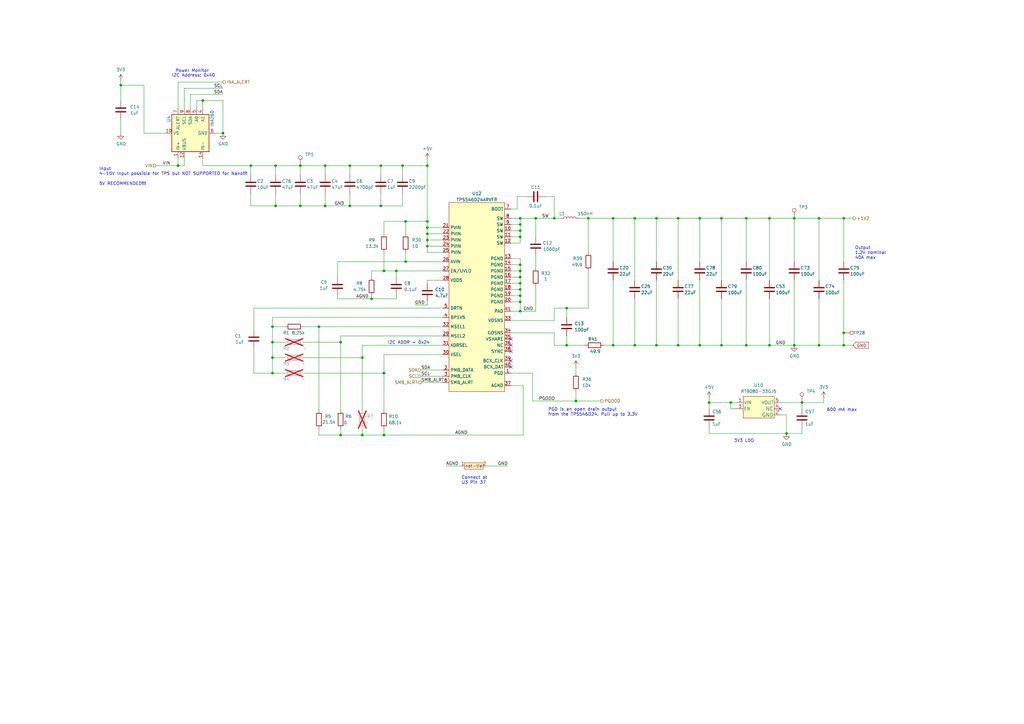
<source format=kicad_sch>
(kicad_sch (version 20231120) (generator "eeschema") (generator_version "8.0")
  (paper "A3")
  (title_block (title "BitForgeNano") (date "2024-06-21") (rev "1.0") (comment 1 "Licensed under CERN-OHL-W version 2"))
  (lib_symbols
    (symbol "+3V3_1" (power) (pin_numbers hide) (pin_names (offset 0) hide)
      (property "Value" "+3V3" (at 0 3.556 0))
      (symbol "+3V3_1_0_1"
        (polyline (pts (xy -0.762 1.27) (xy 0 2.54)))
        (polyline (pts (xy 0 0) (xy 0 2.54)))
        (polyline (pts (xy 0 2.54) (xy 0.762 1.27)))
      )
      (symbol "+3V3_1_1_1"
        (pin power_in line (at 0 0 90) (length 0) (name "~") (number "1"))
      )
    )
    (symbol "+5V_1" (power) (pin_numbers hide) (pin_names (offset 0) hide)
      (property "Value" "+5V" (at 0 3.556 0))
      (symbol "+5V_1_0_1"
        (polyline (pts (xy -0.762 1.27) (xy 0 2.54)))
        (polyline (pts (xy 0 0) (xy 0 2.54)))
        (polyline (pts (xy 0 2.54) (xy 0.762 1.27)))
      )
      (symbol "+5V_1_1_1"
        (pin power_in line (at 0 0 90) (length 0) (name "~") (number "1"))
      )
    )
    (symbol "BitForgeNano:C" (pin_numbers hide) (pin_names (offset 0.254))
      (property "Reference" "C" (at 0.635 2.54 0))
      (property "Value" "C" (at 0.635 -2.54 0))
      (symbol "C_0_1"
        (polyline (pts (xy -2.032 -0.762) (xy 2.032 -0.762)) (stroke (width 0.508)))
        (polyline (pts (xy -2.032 0.762) (xy 2.032 0.762)) (stroke (width 0.508)))
      )
      (symbol "C_1_1"
        (pin passive line (at 0 3.81 270) (length 2.794) (name "~") (number "1"))
        (pin passive line (at 0 -3.81 90) (length 2.794) (name "~") (number "2"))
      )
    )
    (symbol "BitForgeNano:GND" (power) (pin_names (offset 0))
      (property "Value" "GND" (at 0 -3.81 0))
      (symbol "GND_0_1"
        (polyline (pts (xy 0 0) (xy 0 -1.27) (xy 1.27 -1.27) (xy 0 -2.54) (xy -1.27 -1.27) (xy 0 -1.27)))
      )
      (symbol "GND_1_1"
        (pin power_in line (at 0 0 270) (length 0) hide (name "GND") (number "1"))
      )
    )
    (symbol "BitForgeNano:INA260"
      (property "Reference" "U" (at -6.35 8.89 0))
      (property "Value" "INA260" (at 2.54 8.89 0))
      (symbol "INA260_0_1"
        (rectangle (start -7.62 7.62) (end 7.62 -7.62) (stroke (width 0.254)) (fill (type background)))
      )
      (symbol "INA260_1_1"
        (pin passive line (at -10.16 5.08 0) (length 2.54) (name "IN+") (number "1"))
        (pin power_in line (at 0 10.16 270) (length 2.54) (name "VS") (number "10"))
        (pin passive line (at 0 -10.16 90) (length 2.54) hide (name "GND") (number "11"))
        (pin passive line (at -10.16 2.54 0) (length 2.54) (name "VBUS") (number "12"))
        (pin no_connect line (at 2.54 -7.62 90) (length 2.54) hide (name "NC") (number "13"))
        (pin passive line (at -10.16 -5.08 0) (length 2.54) (name "IN-") (number "14"))
        (pin passive line (at -10.16 -5.08 0) (length 2.54) hide (name "IN-") (number "15"))
        (pin passive line (at -10.16 -5.08 0) (length 2.54) hide (name "IN-") (number "16"))
        (pin passive line (at -10.16 5.08 0) (length 2.54) hide (name "IN+") (number "2"))
        (pin passive line (at -10.16 5.08 0) (length 2.54) hide (name "IN+") (number "3"))
        (pin input line (at 10.16 -5.08 180) (length 2.54) (name "A1") (number "4"))
        (pin input line (at 10.16 -2.54 180) (length 2.54) (name "A0") (number "5"))
        (pin power_in line (at 0 -10.16 90) (length 2.54) (name "GND") (number "6"))
        (pin open_collector line (at 10.16 5.08 180) (length 2.54) (name "ALERT") (number "7"))
        (pin bidirectional line (at 10.16 0 180) (length 2.54) (name "SDA") (number "8"))
        (pin input line (at 10.16 2.54 180) (length 2.54) (name "SCL") (number "9"))
      )
    )
    (symbol "BitForgeNano:L" (pin_numbers hide) (pin_names (offset 1.016) hide)
      (property "Reference" "L" (at -1.27 0 90))
      (property "Value" "L" (at 1.905 0 90))
      (symbol "L_0_1"
        (arc (start 0 -2.54) (mid 0.6323 -1.905) (end 0 -1.27))
        (arc (start 0 -1.27) (mid 0.6323 -0.635) (end 0 0))
        (arc (start 0 0) (mid 0.6323 0.635) (end 0 1.27))
        (arc (start 0 1.27) (mid 0.6323 1.905) (end 0 2.54))
      )
      (symbol "L_1_1"
        (pin passive line (at 0 3.81 270) (length 1.27) (name "1") (number "1"))
        (pin passive line (at 0 -3.81 90) (length 1.27) (name "2") (number "2"))
      )
    )
    (symbol "BitForgeNano:R" (pin_numbers hide) (pin_names (offset 0))
      (property "Reference" "R" (at 2.032 0 90))
      (property "Value" "R" (at 0 0 90))
      (symbol "R_0_1"
        (rectangle (start -1.016 -2.54) (end 1.016 2.54) (stroke (width 0.254)))
      )
      (symbol "R_1_1"
        (pin passive line (at 0 3.81 270) (length 1.27) (name "~") (number "1"))
        (pin passive line (at 0 -3.81 90) (length 1.27) (name "~") (number "2"))
      )
    )
    (symbol "BitForgeNano:RT9080-33GJ5" (pin_names (offset 0.254))
      (property "Reference" "U2" (at 0 8.382 0))
      (property "Value" "RT9080-33GJ5" (at 0 5.842 0))
      (symbol "RT9080-33GJ5_1_1"
        (rectangle (start -6.35 3.81) (end 6.35 -5.08) (stroke (width 0.1524)) (fill (type background)))
        (pin power_in line (at -8.89 1.27 0) (length 2.54) (name "VIN") (number "1"))
        (pin power_in line (at 8.89 -3.81 180) (length 2.54) (name "GND") (number "2"))
        (pin input line (at -8.89 -1.27 0) (length 2.54) (name "EN") (number "3"))
        (pin power_in line (at 8.89 -1.27 180) (length 2.54) (name "NC") (number "4"))
        (pin output line (at 8.89 1.27 180) (length 2.54) (name "VOUT") (number "5"))
      )
    )
    (symbol "BitForgeNano:TPS546D24"
      (property "Reference" "U10" (at 0 45.72 0))
      (property "Value" "TPS546D24ARVFR" (at 0 43.18 0))
      (symbol "TPS546D24_0_1"
        (rectangle (start -11.43 41.91) (end 11.43 -35.56) (stroke (width 0.1524)) (fill (type background)))
      )
      (symbol "TPS546D24_1_1"
        (pin input line (at 13.97 -27.94 180) (length 2.54) (name "PGD") (number "1"))
        (pin power_in line (at 13.97 30.48 180) (length 2.54) (name "SW") (number "10"))
        (pin output line (at 13.97 27.94 180) (length 2.54) (name "SW") (number "11"))
        (pin power_out line (at 13.97 25.4 180) (length 2.54) (name "SW") (number "12"))
        (pin output line (at 13.97 19.05 180) (length 2.54) (name "PGND") (number "13"))
        (pin output line (at 13.97 16.51 180) (length 2.54) (name "PGND") (number "14"))
        (pin input line (at 13.97 13.97 180) (length 2.54) (name "PGND") (number "15"))
        (pin input line (at 13.97 11.43 180) (length 2.54) (name "PGND") (number "16"))
        (pin power_in line (at 13.97 8.89 180) (length 2.54) (name "PGND") (number "17"))
        (pin input line (at 13.97 6.35 180) (length 2.54) (name "PGND") (number "18"))
        (pin input line (at 13.97 3.81 180) (length 2.54) (name "PGND") (number "19"))
        (pin input line (at -13.97 -26.67 0) (length 2.54) (name "PMB_DATA") (number "2"))
        (pin power_in line (at 13.97 1.27 180) (length 2.54) (name "PGND") (number "20"))
        (pin input line (at -13.97 31.75 0) (length 2.54) (name "PVIN") (number "21"))
        (pin input line (at -13.97 29.21 0) (length 2.54) (name "PVIN") (number "22"))
        (pin input line (at -13.97 26.67 0) (length 2.54) (name "PVIN") (number "23"))
        (pin input line (at -13.97 24.13 0) (length 2.54) (name "PVIN") (number "24"))
        (pin input line (at -13.97 21.59 0) (length 2.54) (name "PVIN") (number "25"))
        (pin input line (at -13.97 17.78 0) (length 2.54) (name "AVIN") (number "26"))
        (pin input line (at -13.97 13.97 0) (length 2.54) (name "EN/UVLO") (number "27"))
        (pin output line (at -13.97 10.16 0) (length 2.54) (name "VDD5") (number "28"))
        (pin input line (at -13.97 -12.7 0) (length 2.54) (name "MSEL2") (number "29"))
        (pin input line (at -13.97 -29.21 0) (length 2.54) (name "PMB_CLK") (number "3"))
        (pin input line (at -13.97 -20.32 0) (length 2.54) (name "VSEL") (number "30"))
        (pin input line (at -13.97 -16.51 0) (length 2.54) (name "ADRSEL") (number "31"))
        (pin input line (at -13.97 -8.89 0) (length 2.54) (name "MSEL1") (number "32"))
        (pin output line (at 13.97 -6.35 180) (length 2.54) (name "VOSNS") (number "33"))
        (pin output line (at 13.97 -11.43 180) (length 2.54) (name "GOSNS") (number "34"))
        (pin input line (at 13.97 -13.97 180) (length 2.54) (name "VSHARE") (number "35"))
        (pin input line (at 13.97 -16.51 180) (length 2.54) (name "NC") (number "36"))
        (pin power_in line (at 13.97 -33.02 180) (length 2.54) (name "AGND") (number "37"))
        (pin input line (at 13.97 -19.05 180) (length 2.54) (name "SYNC") (number "38"))
        (pin input line (at 13.97 -22.86 180) (length 2.54) (name "BCX_CLK") (number "39"))
        (pin input line (at -13.97 -5.08 0) (length 2.54) (name "BP1V5") (number "4"))
        (pin input line (at 13.97 -25.4 180) (length 2.54) (name "BCX_DAT") (number "40"))
        (pin power_in line (at 13.97 -2.54 180) (length 2.54) (name "PAD") (number "41"))
        (pin input line (at -13.97 -1.27 0) (length 2.54) (name "DRTN") (number "5"))
        (pin input line (at -13.97 -31.75 0) (length 2.54) (name "SMB_ALRT") (number "6"))
        (pin input line (at 13.97 39.37 180) (length 2.54) (name "BOOT") (number "7"))
        (pin output line (at 13.97 35.56 180) (length 2.54) (name "SW") (number "8"))
        (pin power_in line (at 13.97 33.02 180) (length 2.54) (name "SW") (number "9"))
      )
    )
    (symbol "BitForgeNano:TestPoint" (pin_numbers hide) (pin_names (offset 0.762) hide)
      (property "Reference" "TP" (at 0 6.858 0))
      (property "Value" "TestPoint" (at 0 5.08 0))
      (symbol "TestPoint_0_1"
        (circle (center 0 3.302) (radius 0.762))
      )
      (symbol "TestPoint_1_1"
        (pin passive line (at 0 0 90) (length 2.54) (name "1") (number "1"))
      )
    )
    (symbol "BitForgeNano:net-tie"
      (symbol "net-tie_0_1"
        (rectangle (start -3.81 1.27) (end 3.81 -1.27) (stroke (width 0.1524)) (fill (type background)))
      )
      (symbol "net-tie_1_0"
        (pin bidirectional line (at -5.08 0 0) (length 1.27) (name "") (number "1"))
        (pin bidirectional line (at 5.08 0 180) (length 1.27) (name "") (number "2"))
      )
      (symbol "net-tie_1_1"
        (text "net-tie" (at 0 0 0) (effects (font (size 1.27 1.27))))
      )
    )
  )
  (junction (at 290.83 165.1))
  (junction (at 335.915 141.605))
  (junction (at 213.36 121.285))
  (junction (at 269.24 141.605))
  (junction (at 157.48 111.125))
  (junction (at 111.76 153.035))
  (junction (at 241.3 89.535))
  (junction (at 143.51 84.455))
  (junction (at 322.58 177.8))
  (junction (at 306.07 89.535))
  (junction (at 157.48 153.035))
  (junction (at 123.19 67.945))
  (junction (at 346.075 141.605))
  (junction (at 213.36 92.075))
  (junction (at 83.185 41.275))
  (junction (at 328.93 165.1))
  (junction (at 133.35 84.455))
  (junction (at 175.26 93.345))
  (junction (at 325.755 89.535))
  (junction (at 148.59 146.685))
  (junction (at 162.56 111.125))
  (junction (at 139.7 178.435))
  (junction (at 251.46 141.605))
  (junction (at 111.76 146.685))
  (junction (at 213.36 116.205))
  (junction (at 213.36 89.535))
  (junction (at 165.1 67.945))
  (junction (at 113.03 67.945))
  (junction (at 278.13 141.605))
  (junction (at 133.35 67.945))
  (junction (at 152.4 122.555))
  (junction (at 113.03 84.455))
  (junction (at 287.02 89.535))
  (junction (at 213.36 97.155))
  (junction (at 213.36 118.745))
  (junction (at 139.7 140.335))
  (junction (at 213.36 127.635))
  (junction (at 278.13 89.535))
  (junction (at 315.595 89.535))
  (junction (at 175.26 95.885))
  (junction (at 346.075 89.535))
  (junction (at 213.36 111.125))
  (junction (at 166.37 90.805))
  (junction (at 73.025 67.945))
  (junction (at 166.37 107.315))
  (junction (at 325.755 141.605))
  (junction (at 232.41 126.365))
  (junction (at 295.91 89.535))
  (junction (at 299.72 165.1))
  (junction (at 175.26 98.425))
  (junction (at 123.19 84.455))
  (junction (at 148.59 178.435))
  (junction (at 251.46 89.535))
  (junction (at 156.21 67.945))
  (junction (at 175.26 67.945))
  (junction (at 232.41 141.605))
  (junction (at 346.075 136.525))
  (junction (at 295.91 141.605))
  (junction (at 157.48 178.435))
  (junction (at 213.36 123.825))
  (junction (at 219.71 89.535))
  (junction (at 213.36 94.615))
  (junction (at 269.24 89.535))
  (junction (at 111.76 140.335))
  (junction (at 315.595 141.605))
  (junction (at 213.36 113.665))
  (junction (at 260.35 89.535))
  (junction (at 175.26 100.965))
  (junction (at 213.36 108.585))
  (junction (at 227.33 89.535))
  (junction (at 130.81 133.985))
  (junction (at 49.53 34.925))
  (junction (at 156.21 84.455))
  (junction (at 175.26 90.805))
  (junction (at 102.87 67.945))
  (junction (at 111.76 133.985))
  (junction (at 287.02 141.605))
  (junction (at 306.07 141.605))
  (junction (at 143.51 67.945))
  (junction (at 335.915 89.535))
  (junction (at 260.35 141.605))
  (junction (at 91.44 54.61))
  (junction (at 236.22 164.465))
  (no_connect (at 320.04 167.64))
  (no_connect (at 209.55 147.955))
  (no_connect (at 209.55 141.605))
  (no_connect (at 209.55 139.065))
  (no_connect (at 209.55 144.145))
  (no_connect (at 209.55 150.495))
  (wire (pts (xy 287.02 114.935) (xy 287.02 141.605)))
  (wire (pts (xy 130.81 175.895) (xy 130.81 178.435)))
  (wire (pts (xy 59.055 34.925) (xy 59.055 54.61)))
  (wire (pts (xy 320.04 170.18) (xy 322.58 170.18)))
  (wire (pts (xy 232.41 126.365) (xy 241.3 126.365)))
  (wire (pts (xy 80.645 44.45) (xy 80.645 41.275)))
  (wire (pts (xy 148.59 175.895) (xy 148.59 178.435)))
  (wire (pts (xy 130.81 133.985) (xy 130.81 168.275)))
  (wire (pts (xy 278.13 89.535) (xy 287.02 89.535)))
  (wire (pts (xy 237.49 89.535) (xy 241.3 89.535)))
  (wire (pts (xy 290.83 165.1) (xy 299.72 165.1)))
  (wire (pts (xy 166.37 90.805) (xy 175.26 90.805)))
  (wire (pts (xy 213.36 121.285) (xy 213.36 123.825)))
  (wire (pts (xy 166.37 103.505) (xy 166.37 107.315)))
  (wire (pts (xy 213.36 97.155) (xy 213.36 94.615)))
  (wire (pts (xy 139.7 178.435) (xy 148.59 178.435)))
  (wire (pts (xy 166.37 95.885) (xy 166.37 90.805)))
  (wire (pts (xy 260.35 89.535) (xy 260.35 114.935)))
  (wire (pts (xy 138.43 122.555) (xy 152.4 122.555)))
  (wire (pts (xy 290.83 165.1) (xy 290.83 167.64)))
  (wire (pts (xy 219.71 117.475) (xy 219.71 127.635)))
  (wire (pts (xy 113.03 84.455) (xy 123.19 84.455)))
  (wire (pts (xy 124.46 146.685) (xy 148.59 146.685)))
  (wire (pts (xy 175.26 114.935) (xy 181.61 114.935)))
  (wire (pts (xy 104.14 126.365) (xy 181.61 126.365)))
  (wire (pts (xy 157.48 153.035) (xy 157.48 168.275)))
  (wire (pts (xy 209.55 111.125) (xy 213.36 111.125)))
  (wire (pts (xy 113.03 79.375) (xy 113.03 84.455)))
  (wire (pts (xy 182.88 191.135) (xy 189.23 191.135)))
  (wire (pts (xy 227.33 141.605) (xy 232.41 141.605)))
  (wire (pts (xy 162.56 121.285) (xy 162.56 122.555)))
  (wire (pts (xy 157.48 111.125) (xy 162.56 111.125)))
  (wire (pts (xy 269.24 89.535) (xy 269.24 107.315)))
  (wire (pts (xy 209.55 116.205) (xy 213.36 116.205)))
  (wire (pts (xy 209.55 158.115) (xy 214.63 158.115)))
  (wire (pts (xy 295.91 122.555) (xy 295.91 141.605)))
  (wire (pts (xy 148.59 141.605) (xy 181.61 141.605)))
  (wire (pts (xy 111.76 153.035) (xy 116.84 153.035)))
  (wire (pts (xy 218.44 164.465) (xy 236.22 164.465)))
  (wire (pts (xy 346.075 89.535) (xy 346.075 107.315)))
  (wire (pts (xy 251.46 89.535) (xy 251.46 107.315)))
  (wire (pts (xy 315.595 89.535) (xy 325.755 89.535)))
  (wire (pts (xy 170.18 125.095) (xy 175.26 125.095)))
  (wire (pts (xy 113.03 67.945) (xy 113.03 71.755)))
  (wire (pts (xy 172.72 154.305) (xy 181.61 154.305)))
  (wire (pts (xy 219.71 127.635) (xy 213.36 127.635)))
  (wire (pts (xy 148.59 178.435) (xy 157.48 178.435)))
  (wire (pts (xy 157.48 111.125) (xy 152.4 111.125)))
  (wire (pts (xy 175.26 98.425) (xy 181.61 98.425)))
  (wire (pts (xy 156.21 79.375) (xy 156.21 84.455)))
  (wire (pts (xy 251.46 89.535) (xy 260.35 89.535)))
  (wire (pts (xy 175.26 100.965) (xy 181.61 100.965)))
  (wire (pts (xy 325.755 107.315) (xy 325.755 89.535)))
  (wire (pts (xy 133.35 67.945) (xy 133.35 71.755)))
  (wire (pts (xy 209.55 106.045) (xy 213.36 106.045)))
  (wire (pts (xy 49.53 33.02) (xy 49.53 34.925)))
  (wire (pts (xy 290.83 177.8) (xy 290.83 175.26)))
  (wire (pts (xy 138.43 107.315) (xy 166.37 107.315)))
  (wire (pts (xy 236.22 164.465) (xy 246.38 164.465)))
  (wire (pts (xy 156.21 67.945) (xy 156.21 71.755)))
  (wire (pts (xy 346.075 136.525) (xy 346.075 141.605)))
  (wire (pts (xy 175.26 123.825) (xy 175.26 125.095)))
  (wire (pts (xy 102.87 67.945) (xy 113.03 67.945)))
  (wire (pts (xy 213.36 106.045) (xy 213.36 108.585)))
  (wire (pts (xy 75.565 36.195) (xy 91.44 36.195)))
  (wire (pts (xy 139.7 175.895) (xy 139.7 178.435)))
  (wire (pts (xy 315.595 89.535) (xy 315.595 114.935)))
  (wire (pts (xy 335.915 89.535) (xy 346.075 89.535)))
  (wire (pts (xy 227.33 131.445) (xy 227.33 126.365)))
  (wire (pts (xy 143.51 79.375) (xy 143.51 84.455)))
  (wire (pts (xy 75.565 64.77) (xy 75.565 67.945)))
  (wire (pts (xy 156.21 67.945) (xy 165.1 67.945)))
  (wire (pts (xy 209.55 99.695) (xy 213.36 99.695)))
  (wire (pts (xy 278.13 122.555) (xy 278.13 141.605)))
  (wire (pts (xy 306.07 114.935) (xy 306.07 141.605)))
  (wire (pts (xy 181.61 103.505) (xy 175.26 103.505)))
  (wire (pts (xy 133.35 84.455) (xy 143.51 84.455)))
  (wire (pts (xy 130.81 178.435) (xy 139.7 178.435)))
  (wire (pts (xy 83.185 64.77) (xy 83.185 67.945)))
  (wire (pts (xy 111.76 140.335) (xy 111.76 146.685)))
  (wire (pts (xy 49.53 34.925) (xy 59.055 34.925)))
  (wire (pts (xy 111.76 130.175) (xy 111.76 133.985)))
  (wire (pts (xy 130.81 133.985) (xy 181.61 133.985)))
  (wire (pts (xy 138.43 121.285) (xy 138.43 122.555)))
  (wire (pts (xy 218.44 153.035) (xy 218.44 164.465)))
  (wire (pts (xy 241.3 89.535) (xy 241.3 103.505)))
  (wire (pts (xy 175.26 95.885) (xy 175.26 98.425)))
  (wire (pts (xy 260.35 141.605) (xy 269.24 141.605)))
  (wire (pts (xy 175.26 67.945) (xy 175.26 90.805)))
  (wire (pts (xy 212.09 85.725) (xy 212.09 80.645)))
  (wire (pts (xy 148.59 141.605) (xy 148.59 146.685)))
  (wire (pts (xy 133.35 67.945) (xy 143.51 67.945)))
  (wire (pts (xy 325.755 89.535) (xy 335.915 89.535)))
  (wire (pts (xy 157.48 175.895) (xy 157.48 178.435)))
  (wire (pts (xy 299.72 165.1) (xy 302.26 165.1)))
  (wire (pts (xy 213.36 111.125) (xy 213.36 113.665)))
  (wire (pts (xy 209.55 108.585) (xy 213.36 108.585)))
  (wire (pts (xy 213.36 99.695) (xy 213.36 97.155)))
  (wire (pts (xy 213.36 116.205) (xy 213.36 118.745)))
  (wire (pts (xy 227.33 126.365) (xy 232.41 126.365)))
  (wire (pts (xy 175.26 95.885) (xy 181.61 95.885)))
  (wire (pts (xy 175.26 65.405) (xy 175.26 67.945)))
  (wire (pts (xy 269.24 141.605) (xy 278.13 141.605)))
  (wire (pts (xy 251.46 141.605) (xy 260.35 141.605)))
  (wire (pts (xy 143.51 84.455) (xy 156.21 84.455)))
  (wire (pts (xy 213.36 94.615) (xy 213.36 92.075)))
  (wire (pts (xy 251.46 114.935) (xy 251.46 141.605)))
  (wire (pts (xy 236.22 160.655) (xy 236.22 164.465)))
  (wire (pts (xy 213.36 123.825) (xy 209.55 123.825)))
  (wire (pts (xy 306.07 89.535) (xy 315.595 89.535)))
  (wire (pts (xy 287.02 141.605) (xy 295.91 141.605)))
  (wire (pts (xy 199.39 191.135) (xy 208.28 191.135)))
  (wire (pts (xy 143.51 67.945) (xy 143.51 71.755)))
  (wire (pts (xy 73.025 44.45) (xy 73.025 33.655)))
  (wire (pts (xy 181.61 130.175) (xy 111.76 130.175)))
  (wire (pts (xy 111.76 133.985) (xy 116.84 133.985)))
  (wire (pts (xy 175.26 93.345) (xy 181.61 93.345)))
  (wire (pts (xy 315.595 141.605) (xy 325.755 141.605)))
  (wire (pts (xy 88.265 54.61) (xy 91.44 54.61)))
  (wire (pts (xy 209.55 118.745) (xy 213.36 118.745)))
  (wire (pts (xy 346.075 114.935) (xy 346.075 136.525)))
  (wire (pts (xy 123.19 79.375) (xy 123.19 84.455)))
  (wire (pts (xy 156.21 84.455) (xy 165.1 84.455)))
  (wire (pts (xy 111.76 146.685) (xy 116.84 146.685)))
  (wire (pts (xy 152.4 121.285) (xy 152.4 122.555)))
  (wire (pts (xy 64.135 67.945) (xy 73.025 67.945)))
  (wire (pts (xy 175.26 90.805) (xy 175.26 93.345)))
  (wire (pts (xy 148.59 146.685) (xy 148.59 168.275)))
  (wire (pts (xy 175.26 98.425) (xy 175.26 100.965)))
  (wire (pts (xy 104.14 153.035) (xy 111.76 153.035)))
  (wire (pts (xy 227.33 136.525) (xy 227.33 141.605)))
  (wire (pts (xy 73.025 64.77) (xy 73.025 67.945)))
  (wire (pts (xy 157.48 103.505) (xy 157.48 111.125)))
  (wire (pts (xy 102.87 71.755) (xy 102.87 67.945)))
  (wire (pts (xy 166.37 107.315) (xy 181.61 107.315)))
  (wire (pts (xy 306.07 107.315) (xy 306.07 89.535)))
  (wire (pts (xy 278.13 141.605) (xy 287.02 141.605)))
  (wire (pts (xy 328.93 165.1) (xy 337.82 165.1)))
  (wire (pts (xy 157.48 95.885) (xy 157.48 90.805)))
  (wire (pts (xy 260.35 122.555) (xy 260.35 141.605)))
  (wire (pts (xy 172.72 151.765) (xy 181.61 151.765)))
  (wire (pts (xy 302.26 167.64) (xy 299.72 167.64)))
  (wire (pts (xy 295.91 141.605) (xy 306.07 141.605)))
  (wire (pts (xy 139.7 137.795) (xy 181.61 137.795)))
  (wire (pts (xy 91.44 41.275) (xy 91.44 54.61)))
  (wire (pts (xy 209.55 121.285) (xy 213.36 121.285)))
  (wire (pts (xy 143.51 67.945) (xy 156.21 67.945)))
  (wire (pts (xy 49.53 48.895) (xy 49.53 54.61)))
  (wire (pts (xy 320.04 165.1) (xy 328.93 165.1)))
  (wire (pts (xy 157.48 145.415) (xy 157.48 153.035)))
  (wire (pts (xy 49.53 34.925) (xy 49.53 41.275)))
  (wire (pts (xy 335.915 141.605) (xy 346.075 141.605)))
  (wire (pts (xy 157.48 178.435) (xy 214.63 178.435)))
  (wire (pts (xy 213.36 123.825) (xy 213.36 127.635)))
  (wire (pts (xy 124.46 133.985) (xy 130.81 133.985)))
  (wire (pts (xy 133.35 79.375) (xy 133.35 84.455)))
  (wire (pts (xy 209.55 153.035) (xy 218.44 153.035)))
  (wire (pts (xy 209.55 113.665) (xy 213.36 113.665)))
  (wire (pts (xy 83.185 41.275) (xy 91.44 41.275)))
  (wire (pts (xy 209.55 94.615) (xy 213.36 94.615)))
  (wire (pts (xy 138.43 113.665) (xy 138.43 107.315)))
  (wire (pts (xy 162.56 111.125) (xy 181.61 111.125)))
  (wire (pts (xy 299.72 167.64) (xy 299.72 165.1)))
  (wire (pts (xy 139.7 140.335) (xy 139.7 168.275)))
  (wire (pts (xy 236.22 153.035) (xy 236.22 150.495)))
  (wire (pts (xy 83.185 44.45) (xy 83.185 41.275)))
  (wire (pts (xy 223.52 80.645) (xy 227.33 80.645)))
  (wire (pts (xy 241.3 111.125) (xy 241.3 126.365)))
  (wire (pts (xy 214.63 158.115) (xy 214.63 178.435)))
  (wire (pts (xy 78.105 44.45) (xy 78.105 38.735)))
  (wire (pts (xy 337.82 163.195) (xy 337.82 165.1)))
  (wire (pts (xy 59.055 54.61) (xy 67.945 54.61)))
  (wire (pts (xy 290.83 177.8) (xy 322.58 177.8)))
  (wire (pts (xy 219.71 109.855) (xy 219.71 104.775)))
  (wire (pts (xy 102.87 84.455) (xy 113.03 84.455)))
  (wire (pts (xy 213.36 89.535) (xy 209.55 89.535)))
  (wire (pts (xy 139.7 137.795) (xy 139.7 140.335)))
  (wire (pts (xy 325.755 141.605) (xy 335.915 141.605)))
  (wire (pts (xy 247.65 141.605) (xy 251.46 141.605)))
  (wire (pts (xy 172.72 156.845) (xy 181.61 156.845)))
  (wire (pts (xy 152.4 111.125) (xy 152.4 113.665)))
  (wire (pts (xy 322.58 170.18) (xy 322.58 177.8)))
  (wire (pts (xy 213.36 118.745) (xy 213.36 121.285)))
  (wire (pts (xy 175.26 100.965) (xy 175.26 103.505)))
  (wire (pts (xy 278.13 89.535) (xy 278.13 114.935)))
  (wire (pts (xy 219.71 89.535) (xy 227.33 89.535)))
  (wire (pts (xy 111.76 140.335) (xy 116.84 140.335)))
  (wire (pts (xy 322.58 177.8) (xy 328.93 177.8)))
  (wire (pts (xy 232.41 141.605) (xy 240.03 141.605)))
  (wire (pts (xy 209.55 97.155) (xy 213.36 97.155)))
  (wire (pts (xy 232.41 137.795) (xy 232.41 141.605)))
  (wire (pts (xy 124.46 140.335) (xy 139.7 140.335)))
  (wire (pts (xy 306.07 141.605) (xy 315.595 141.605)))
  (wire (pts (xy 111.76 146.685) (xy 111.76 153.035)))
  (wire (pts (xy 75.565 44.45) (xy 75.565 36.195)))
  (wire (pts (xy 104.14 135.255) (xy 104.14 126.365)))
  (wire (pts (xy 209.55 127.635) (xy 213.36 127.635)))
  (wire (pts (xy 346.075 141.605) (xy 349.885 141.605)))
  (wire (pts (xy 175.26 116.205) (xy 175.26 114.935)))
  (wire (pts (xy 113.03 67.945) (xy 123.19 67.945)))
  (wire (pts (xy 209.55 85.725) (xy 212.09 85.725)))
  (wire (pts (xy 241.3 89.535) (xy 251.46 89.535)))
  (wire (pts (xy 328.93 165.1) (xy 328.93 167.64)))
  (wire (pts (xy 295.91 89.535) (xy 306.07 89.535)))
  (wire (pts (xy 73.025 33.655) (xy 91.44 33.655)))
  (wire (pts (xy 157.48 90.805) (xy 166.37 90.805)))
  (wire (pts (xy 209.55 136.525) (xy 227.33 136.525)))
  (wire (pts (xy 152.4 122.555) (xy 162.56 122.555)))
  (wire (pts (xy 73.025 67.945) (xy 75.565 67.945)))
  (wire (pts (xy 269.24 114.935) (xy 269.24 141.605)))
  (wire (pts (xy 295.91 89.535) (xy 295.91 114.935)))
  (wire (pts (xy 315.595 122.555) (xy 315.595 141.605)))
  (wire (pts (xy 213.36 89.535) (xy 219.71 89.535)))
  (wire (pts (xy 165.1 84.455) (xy 165.1 79.375)))
  (wire (pts (xy 260.35 89.535) (xy 269.24 89.535)))
  (wire (pts (xy 213.36 113.665) (xy 213.36 116.205)))
  (wire (pts (xy 349.885 89.535) (xy 346.075 89.535)))
  (wire (pts (xy 80.645 41.275) (xy 83.185 41.275)))
  (wire (pts (xy 328.93 175.26) (xy 328.93 177.8)))
  (wire (pts (xy 219.71 97.155) (xy 219.71 89.535)))
  (wire (pts (xy 227.33 89.535) (xy 229.87 89.535)))
  (wire (pts (xy 287.02 89.535) (xy 287.02 107.315)))
  (wire (pts (xy 325.755 114.935) (xy 325.755 141.605)))
  (wire (pts (xy 269.24 89.535) (xy 278.13 89.535)))
  (wire (pts (xy 209.55 131.445) (xy 227.33 131.445)))
  (wire (pts (xy 111.76 133.985) (xy 111.76 140.335)))
  (wire (pts (xy 335.915 89.535) (xy 335.915 114.935)))
  (wire (pts (xy 290.83 163.195) (xy 290.83 165.1)))
  (wire (pts (xy 78.105 38.735) (xy 91.44 38.735)))
  (wire (pts (xy 227.33 80.645) (xy 227.33 89.535)))
  (wire (pts (xy 287.02 89.535) (xy 295.91 89.535)))
  (wire (pts (xy 232.41 126.365) (xy 232.41 130.175)))
  (wire (pts (xy 102.87 79.375) (xy 102.87 84.455)))
  (wire (pts (xy 209.55 92.075) (xy 213.36 92.075)))
  (wire (pts (xy 212.09 80.645) (xy 215.9 80.645)))
  (wire (pts (xy 123.19 67.945) (xy 123.19 71.755)))
  (wire (pts (xy 104.14 142.875) (xy 104.14 153.035)))
  (wire (pts (xy 162.56 113.665) (xy 162.56 111.125)))
  (wire (pts (xy 175.26 93.345) (xy 175.26 95.885)))
  (wire (pts (xy 123.19 67.945) (xy 133.35 67.945)))
  (wire (pts (xy 165.1 67.945) (xy 165.1 71.755)))
  (wire (pts (xy 175.26 67.945) (xy 165.1 67.945)))
  (wire (pts (xy 335.915 122.555) (xy 335.915 141.605)))
  (wire (pts (xy 157.48 145.415) (xy 181.61 145.415)))
  (wire (pts (xy 213.36 92.075) (xy 213.36 89.535)))
  (wire (pts (xy 213.36 108.585) (xy 213.36 111.125)))
  (wire (pts (xy 123.19 84.455) (xy 133.35 84.455)))
  (wire (pts (xy 83.185 67.945) (xy 102.87 67.945)))
  (wire (pts (xy 124.46 153.035) (xy 157.48 153.035)))
  (text "3V3 LDO" (at 300.99 181.61 0) (effects (font (size 1.27 1.27)) (justify left bottom)))
  (text "PGD is an open drain output\nfrom the TPS546D24. Pull up to 3.3V" (at 224.79 170.815 0) (effects (font (size 1.27 1.27)) (justify left bottom)))
  (text "Output \n1.2V nominal\n40A max" (at 350.647 106.553 0) (effects (font (size 1.27 1.27)) (justify left bottom)))
  (text "I2C ADDR = 0x24" (at 159.004 141.351 0) (effects (font (size 1.27 1.27)) (justify left bottom)))
  (text "Connect at\nU3 Pin 37" (at 189.23 198.755 0) (effects (font (size 1.27 1.27)) (justify left bottom)))
  (text "600 mA max" (at 339.09 168.91 0) (effects (font (size 1.27 1.27)) (justify left bottom)))
  (text "I2C Address: 0x40" (at 88.265 31.75 0) (effects (font (size 1.27 1.27)) (justify right bottom)))
  (text "Power Monitor" (at 85.725 29.845 0) (effects (font (size 1.27 1.27)) (justify right bottom)))
  (text "Input \n4-15V Input possible for TPS but NOT SUPPORTED for Nano!!!\n\n5V RECOMMENDED!!!" (at 40.64 76.2 0) (effects (font (size 1.27 1.27)) (justify left bottom)))
  (label "GND" (at 208.28 191.135 180))
  (label "AGND" (at 182.88 191.135 0))
  (label "SW" (at 222.25 89.535 0))
  (label "SMB_ALRT" (at 172.72 156.845 0))
  (label "SDA" (at 172.72 151.765 0))
  (label "GND" (at 170.18 125.095 0))
  (label "SCL" (at 91.44 36.195 180))
  (label "AGND" (at 146.05 122.555 0))
  (label "GND" (at 214.63 127.635 0))
  (label "PGOOD" (at 220.98 164.465 0))
  (label "VIN" (at 66.675 67.945 0))
  (label "GND" (at 137.16 84.455 0))
  (label "AGND" (at 191.77 178.435 180))
  (label "GND" (at 318.135 141.605 0))
  (label "SDA" (at 91.44 38.735 180))
  (label "SCL" (at 172.72 154.305 0))
  (global_label "GND" (shape input) (at 349.885 141.605 0) (property "Intersheetrefs" "${INTERSHEET_REFS}" (effects (hide yes))))
  (hierarchical_label "SDA" (shape input) (at 172.72 151.765 180))
  (hierarchical_label "+1V2" (shape output) (at 349.885 89.535 0))
  (hierarchical_label "SMB_ALRT" (shape output) (at 172.72 156.845 180))
  (hierarchical_label "SCL" (shape input) (at 172.72 154.305 180))
  (hierarchical_label "PGOOD" (shape output) (at 246.38 164.465 0))
  (hierarchical_label "INA_ALERT" (shape output) (at 91.44 33.655 0))
  (hierarchical_label "VIN" (shape input) (at 64.135 67.945 180))
  (symbol (lib_name "+3V3_1") (lib_id "BitForgeNano:+3V3_1") (at 236.22 150.495 0) (unit 1)
    (property "Reference" "#PWR05" (effects (hide yes)))
    (property "Value" "3V3" (at 236.22 146.05 0))
    (property "Description" "Power symbol creates a global label with name \"+3V3\"" (effects (hide yes)))
  )
  (symbol (lib_id "BitForgeNano:C") (at 328.93 171.45 0) (unit 1)
    (property "Reference" "C57" (at 330.2 169.545 0) (effects (justify left bottom)))
    (property "Value" "1uF" (at 330.2 174.625 0) (effects (justify left bottom)))
    (property "Footprint" "Capacitor_SMD:C_0402_1005Metric" (effects (hide yes)))
    (property "Description" "EMK105BJ105MV-F" (effects (hide yes)))
    (property "DK" "587-5514-1-ND" (effects (hide yes)))
    (property "PARTNO" "EMK105BJ105MV-F" (effects (hide yes)))
  )
  (symbol (lib_id "BitForgeNano:TestPoint") (at 325.755 89.535 0) (unit 1)
    (property "Reference" "TP3" (at 327.66 84.9629 0) (effects (justify left)))
    (property "Value" "TestPoint" (effects (hide yes)))
    (property "Footprint" "BitForgeNano:TestPoint_Pad_D1.0mm" (effects (hide yes)))
    (property "Description" "test point" (effects (hide yes)))
  )
  (symbol (lib_id "BitForgeNano:C") (at 290.83 171.45 0) (unit 1)
    (property "Reference" "C56" (at 292.1 169.545 0) (effects (justify left bottom)))
    (property "Value" "1uF" (at 292.1 174.625 0) (effects (justify left bottom)))
    (property "Footprint" "Capacitor_SMD:C_0402_1005Metric" (effects (hide yes)))
    (property "Description" "EMK105BJ105MV-F" (effects (hide yes)))
    (property "DK" "587-5514-1-ND" (effects (hide yes)))
    (property "PARTNO" "EMK105BJ105MV-F" (effects (hide yes)))
  )
  (symbol (lib_id "BitForgeNano:R") (at 157.48 172.085 0) (unit 1)
    (property "Reference" "R10" (at 159.385 170.815 0) (effects (justify left)))
    (property "Value" "68.1k" (at 159.385 173.355 0) (effects (justify left)))
    (property "Footprint" "Resistor_SMD:R_0402_1005Metric" (effects (hide yes)))
    (property "Description" "Resistor" (effects (hide yes)))
    (property "DK" "YAG3213CT-ND" (effects (hide yes)))
    (property "PARTNO" "RC0402FR-0768K1L" (effects (hide yes)))
  )
  (symbol (lib_name "+3V3_1") (lib_id "BitForgeNano:+3V3_1") (at 49.53 33.02 0) (unit 1)
    (property "Reference" "#PWR01" (effects (hide yes)))
    (property "Value" "3V3" (at 49.53 28.575 0))
    (property "Description" "Power symbol creates a global label with name \"+3V3\"" (effects (hide yes)))
  )
  (symbol (lib_name "+5V_1") (lib_id "BitForgeNano:+5V_1") (at 290.83 163.195 0) (unit 1)
    (property "Reference" "#PWR025" (effects (hide yes)))
    (property "Value" "+5V" (at 290.83 158.75 0))
    (property "Description" "Power symbol creates a global label with name \"+5V\"" (effects (hide yes)))
  )
  (symbol (lib_id "BitForgeNano:C") (at 260.35 118.745 0) (unit 1)
    (property "Reference" "C25" (at 262.89 117.475 0) (effects (justify left)))
    (property "Value" "22uF" (at 262.89 120.015 0) (effects (justify left)))
    (property "Footprint" "Capacitor_SMD:C_0805_2012Metric" (effects (hide yes)))
    (property "DK" "490-10746-1-ND" (effects (hide yes)))
    (property "PARTNO" "GRM21BR61A226ME44L" (effects (hide yes)))
  )
  (symbol (lib_id "BitForgeNano:C") (at 219.71 100.965 180) (unit 1)
    (property "Reference" "C12" (at 224.536 99.695 0))
    (property "Value" "1000pF" (at 226.314 102.235 0))
    (property "Footprint" "Capacitor_SMD:C_0805_2012Metric" (effects (hide yes)))
    (property "DK" "311-1127-1-ND" (effects (hide yes)))
    (property "PARTNO" "CC0805KRX7R9BB102" (effects (hide yes)))
  )
  (symbol (lib_id "BitForgeNano:R") (at 152.4 117.475 0) (unit 1)
    (property "Reference" "R8" (at 146.05 116.205 0) (effects (justify left)))
    (property "Value" "4.75k" (at 144.78 118.745 0) (effects (justify left)))
    (property "Footprint" "Resistor_SMD:R_0402_1005Metric" (effects (hide yes)))
    (property "Description" "Resistor" (effects (hide yes)))
    (property "DK" "541-4.75KLCT-ND" (effects (hide yes)))
    (property "PARTNO" "CRCW04024K75FKED" (effects (hide yes)))
  )
  (symbol (lib_id "BitForgeNano:R") (at 120.65 146.685 90) (unit 1) (dnp yes)
    (property "Reference" "R3" (at 118.745 149.225 90) (effects (justify left)))
    (property "Value" "~" (at 125.095 149.225 90) (effects (justify left)))
    (property "Footprint" "Resistor_SMD:R_0402_1005Metric" (effects (hide yes)))
    (property "Description" "Resistor" (effects (hide yes)))
  )
  (symbol (lib_id "BitForgeNano:C") (at 143.51 75.565 0) (unit 1)
    (property "Reference" "C6" (at 146.05 74.295 0) (effects (justify left)))
    (property "Value" "4700pF" (at 146.05 76.835 0) (effects (justify left)))
    (property "Footprint" "Capacitor_SMD:C_0402_1005Metric" (effects (hide yes)))
    (property "DK" "490-1309-1-ND" (effects (hide yes)))
    (property "PARTNO" "GRM155R71E472KA01D" (effects (hide yes)))
  )
  (symbol (lib_id "BitForgeNano:R") (at 139.7 172.085 0) (unit 1)
    (property "Reference" "R6" (at 141.605 170.815 0) (effects (justify left)))
    (property "Value" "0" (at 140.97 173.355 0) (effects (justify left)))
    (property "Footprint" "Resistor_SMD:R_0402_1005Metric" (effects (hide yes)))
    (property "Description" "Resistor" (effects (hide yes)))
    (property "DK" "311-0.0JRCT-ND" (effects (hide yes)))
    (property "PARTNO" "RC0402JR-070RL" (effects (hide yes)))
  )
  (symbol (lib_id "BitForgeNano:net-tie") (at 194.31 191.135 0) (unit 1) (in_bom no)
    (property "Reference" "T1" (effects (hide yes)))
    (property "Value" "net-tie" (effects (hide yes)))
    (property "Footprint" "bitaxe:NetTie-0.25mm" (effects (hide yes)))
  )
  (symbol (lib_id "BitForgeNano:R") (at 157.48 99.695 0) (unit 1)
    (property "Reference" "R9" (at 151.13 98.425 0) (effects (justify left)))
    (property "Value" "13.3k" (at 149.86 100.965 0) (effects (justify left)))
    (property "Footprint" "Resistor_SMD:R_0402_1005Metric" (effects (hide yes)))
    (property "Description" "Resistor" (effects (hide yes)))
    (property "DK" "541-13.3KLCT-ND" (effects (hide yes)))
    (property "PARTNO" "CRCW040213K3FKED" (effects (hide yes)))
  )
  (symbol (lib_id "BitForgeNano:C") (at 251.46 111.125 0) (unit 1)
    (property "Reference" "C20" (at 254 109.855 0) (effects (justify left)))
    (property "Value" "22uF" (at 254 112.395 0) (effects (justify left)))
    (property "Footprint" "Capacitor_SMD:C_0805_2012Metric" (effects (hide yes)))
    (property "DK" "490-10746-1-ND" (effects (hide yes)))
    (property "PARTNO" "GRM21BR61A226ME44L" (effects (hide yes)))
  )
  (symbol (lib_id "BitForgeNano:C") (at 165.1 75.565 0) (unit 1)
    (property "Reference" "C9" (at 167.64 74.295 0) (effects (justify left)))
    (property "Value" "2200pF" (at 167.64 76.835 0) (effects (justify left)))
    (property "Footprint" "Capacitor_SMD:C_0402_1005Metric" (effects (hide yes)))
    (property "DK" "490-8257-1-ND" (effects (hide yes)))
    (property "PARTNO" "GRM155R61H222KA01D" (effects (hide yes)))
  )
  (symbol (lib_id "BitForgeNano:C") (at 335.915 118.745 0) (unit 1)
    (property "Reference" "C74" (at 338.455 117.475 0) (effects (justify left)))
    (property "Value" "100uF" (at 338.455 120.015 0) (effects (justify left)))
    (property "Footprint" "Capacitor_SMD:C_1206_3216Metric" (effects (hide yes)))
    (property "DK" "1276-1782-2-ND" (effects (hide yes)))
    (property "PARTNO" "CL31A107MQHNNNE" (effects (hide yes)))
  )
  (symbol (lib_id "BitForgeNano:INA260") (at 78.105 54.61 90) (unit 1)
    (property "Reference" "U4" (at 69.215 50.165 0) (effects (justify left)))
    (property "Value" "INA260" (at 86.995 52.07 0) (effects (justify left)))
    (property "Footprint" "BitForgeNano:TSSOP-16_4.4x5mm_P0.65mm" (effects (hide yes)))
    (property "Datasheet" "http://www.ti.com/lit/ds/symlink/ina260.pdf" (effects (hide yes)))
    (property "PARTNO" "INA260AIPW" (effects (hide yes)))
    (property "DK" "296-45218-5-ND" (effects (hide yes)))
  )
  (symbol (lib_id "BitForgeNano:C") (at 278.13 118.745 0) (unit 1)
    (property "Reference" "C77" (at 280.67 117.475 0) (effects (justify left)))
    (property "Value" "22uF" (at 280.67 120.015 0) (effects (justify left)))
    (property "Footprint" "Capacitor_SMD:C_0805_2012Metric" (effects (hide yes)))
    (property "DK" "490-10746-1-ND" (effects (hide yes)))
    (property "PARTNO" "GRM21BR61A226ME44L" (effects (hide yes)))
  )
  (symbol (lib_id "BitForgeNano:C") (at 295.91 118.745 0) (unit 1)
    (property "Reference" "C79" (at 298.45 117.475 0) (effects (justify left)))
    (property "Value" "100uF" (at 298.45 120.015 0) (effects (justify left)))
    (property "Footprint" "Capacitor_SMD:C_1206_3216Metric" (effects (hide yes)))
    (property "DK" "1276-1782-2-ND" (effects (hide yes)))
    (property "PARTNO" "CL31A107MQHNNNE" (effects (hide yes)))
  )
  (symbol (lib_id "BitForgeNano:C") (at 104.14 139.065 0) (unit 1)
    (property "Reference" "C1" (at 96.266 137.795 0) (effects (justify left)))
    (property "Value" "1uF" (at 96.52 140.335 0) (effects (justify left)))
    (property "Footprint" "Capacitor_SMD:C_0402_1005Metric" (effects (hide yes)))
    (property "DK" "587-5514-1-ND" (effects (hide yes)))
    (property "PARTNO" "EMK105BJ105MV-F" (effects (hide yes)))
  )
  (symbol (lib_id "BitForgeNano:GND") (at 49.53 54.61 0) (unit 1)
    (property "Reference" "#PWR029" (effects (hide yes)))
    (property "Value" "GND" (at 49.657 59.0042 0))
  )
  (symbol (lib_id "BitForgeNano:L") (at 233.68 89.535 90) (unit 1)
    (property "Reference" "L1" (at 230.505 87.63 90))
    (property "Value" "150nH" (at 240.03 87.63 90))
    (property "Footprint" "BitForgeNano:FP1007R3-R15-R" (effects (hide yes)))
    (property "PARTNO" "FP1007R3-R15-R" (effects (hide yes)))
    (property "DK" "283-FP1007R3-R15-RCT-ND" (effects (hide yes)))
  )
  (symbol (lib_id "BitForgeNano:R") (at 243.84 141.605 90) (unit 1)
    (property "Reference" "R41" (at 245.11 139.065 90) (effects (justify left)))
    (property "Value" "49.9" (at 246.38 144.145 90) (effects (justify left)))
    (property "Footprint" "Resistor_SMD:R_0402_1005Metric" (effects (hide yes)))
    (property "Description" "Resistor" (effects (hide yes)))
    (property "DK" "311-49.9LRCT-ND" (effects (hide yes)))
    (property "PARTNO" "RC0402FR-0749R9L" (effects (hide yes)))
  )
  (symbol (lib_name "+3V3_1") (lib_id "BitForgeNano:+3V3_1") (at 337.82 163.195 0) (unit 1)
    (property "Reference" "#PWR024" (effects (hide yes)))
    (property "Value" "3V3" (at 337.82 158.75 0))
    (property "Description" "Power symbol creates a global label with name \"+3V3\"" (effects (hide yes)))
  )
  (symbol (lib_id "BitForgeNano:C") (at 269.24 111.125 0) (unit 1)
    (property "Reference" "C30" (at 271.78 109.855 0) (effects (justify left)))
    (property "Value" "22uF" (at 271.78 112.395 0) (effects (justify left)))
    (property "Footprint" "Capacitor_SMD:C_0805_2012Metric" (effects (hide yes)))
    (property "DK" "490-10746-1-ND" (effects (hide yes)))
    (property "PARTNO" "GRM21BR61A226ME44L" (effects (hide yes)))
  )
  (symbol (lib_id "BitForgeNano:TestPoint") (at 328.93 165.1 0) (unit 1)
    (property "Reference" "TP4" (at 330.835 160.5279 0) (effects (justify left)))
    (property "Value" "TestPoint" (effects (hide yes)))
    (property "Footprint" "BitForgeNano:TestPoint_Pad_D1.0mm" (effects (hide yes)))
    (property "Description" "test point" (effects (hide yes)))
  )
  (symbol (lib_id "BitForgeNano:C") (at 325.755 111.125 0) (unit 1)
    (property "Reference" "C73" (at 328.295 109.855 0) (effects (justify left)))
    (property "Value" "100uF" (at 328.295 112.395 0) (effects (justify left)))
    (property "Footprint" "Capacitor_SMD:C_1206_3216Metric" (effects (hide yes)))
    (property "DK" "1276-1782-2-ND" (effects (hide yes)))
    (property "PARTNO" "CL31A107MQHNNNE" (effects (hide yes)))
  )
  (symbol (lib_id "BitForgeNano:C") (at 346.075 111.125 0) (unit 1)
    (property "Reference" "C75" (at 348.615 109.855 0) (effects (justify left)))
    (property "Value" "100uF" (at 348.615 112.395 0) (effects (justify left)))
    (property "Footprint" "Capacitor_SMD:C_1206_3216Metric" (effects (hide yes)))
    (property "DK" "1276-1782-2-ND" (effects (hide yes)))
    (property "PARTNO" "CL31A107MQHNNNE" (effects (hide yes)))
  )
  (symbol (lib_id "BitForgeNano:C") (at 138.43 117.475 180) (unit 1)
    (property "Reference" "C5" (at 132.842 115.697 0))
    (property "Value" "1uF" (at 132.842 118.237 0))
    (property "Footprint" "Capacitor_SMD:C_0402_1005Metric" (effects (hide yes)))
    (property "DK" "587-5514-1-ND" (effects (hide yes)))
    (property "PARTNO" "EMK105BJ105MV-F" (effects (hide yes)))
  )
  (symbol (lib_id "BitForgeNano:TestPoint") (at 123.19 67.945 0) (unit 1)
    (property "Reference" "TP1" (at 125.095 63.3729 0) (effects (justify left)))
    (property "Value" "TestPoint" (effects (hide yes)))
    (property "Footprint" "BitForgeNano:TestPoint_Pad_D1.0mm" (effects (hide yes)))
    (property "Description" "test point" (effects (hide yes)))
  )
  (symbol (lib_id "BitForgeNano:C") (at 306.07 111.125 0) (unit 1)
    (property "Reference" "C80" (at 308.61 109.855 0) (effects (justify left)))
    (property "Value" "100uF" (at 308.61 112.395 0) (effects (justify left)))
    (property "Footprint" "Capacitor_SMD:C_1206_3216Metric" (effects (hide yes)))
    (property "DK" "1276-1782-2-ND" (effects (hide yes)))
    (property "PARTNO" "CL31A107MQHNNNE" (effects (hide yes)))
  )
  (symbol (lib_id "BitForgeNano:GND") (at 325.755 141.605 0) (unit 1)
    (property "Reference" "#PWR028" (effects (hide yes)))
    (property "Value" "GND" (at 325.882 145.9992 0))
  )
  (symbol (lib_id "BitForgeNano:C") (at 113.03 75.565 0) (unit 1)
    (property "Reference" "C76" (at 115.57 74.295 0) (effects (justify left)))
    (property "Value" "47uF" (at 115.57 76.835 0) (effects (justify left)))
    (property "Footprint" "Capacitor_SMD:C_1210_3225Metric" (effects (hide yes)))
    (property "DK" "1276-3376-1-ND" (effects (hide yes)))
    (property "PARTNO" "CL32A476KOJNNNE" (effects (hide yes)))
  )
  (symbol (lib_id "BitForgeNano:R") (at 236.22 156.845 180) (unit 1)
    (property "Reference" "R36" (at 238.76 155.5749 0) (effects (justify right)))
    (property "Value" "10k" (at 238.76 158.1149 0) (effects (justify right)))
    (property "Footprint" "Resistor_SMD:R_0402_1005Metric" (effects (hide yes)))
    (property "Description" "Resistor" (effects (hide yes)))
    (property "DK" "311-10KJRCT-ND" (effects (hide yes)))
    (property "PARTNO" "RC0402JR-0710KL" (effects (hide yes)))
  )
  (symbol (lib_id "BitForgeNano:C") (at 102.87 75.565 0) (unit 1)
    (property "Reference" "C2" (at 105.41 74.295 0) (effects (justify left)))
    (property "Value" "10uF" (at 105.41 76.835 0) (effects (justify left)))
    (property "Footprint" "Capacitor_SMD:C_0805_2012Metric" (effects (hide yes)))
    (property "DK" "1276-1096-1-ND" (effects (hide yes)))
    (property "PARTNO" "CL21A106KOQNNNE" (effects (hide yes)))
  )
  (symbol (lib_id "BitForgeNano:R") (at 166.37 99.695 0) (unit 1)
    (property "Reference" "R30" (at 168.91 98.4249 0) (effects (justify left)))
    (property "Value" "10" (at 168.91 100.9649 0) (effects (justify left)))
    (property "Footprint" "Resistor_SMD:R_0402_1005Metric" (effects (hide yes)))
    (property "Description" "Resistor" (effects (hide yes)))
    (property "DK" "311-10.0LRCT-ND" (effects (hide yes)))
    (property "PARTNO" "RC0402FR-0710RL" (effects (hide yes)))
  )
  (symbol (lib_id "BitForgeNano:R") (at 241.3 107.315 0) (unit 1)
    (property "Reference" "R39" (at 234.95 106.045 0) (effects (justify left)))
    (property "Value" "49.9" (at 234.442 108.585 0) (effects (justify left)))
    (property "Footprint" "Resistor_SMD:R_0402_1005Metric" (effects (hide yes)))
    (property "Description" "Resistor" (effects (hide yes)))
    (property "DK" "311-49.9LRCT-ND" (effects (hide yes)))
    (property "PARTNO" "RC0402FR-0749R9L" (effects (hide yes)))
  )
  (symbol (lib_id "BitForgeNano:R") (at 148.59 172.085 0) (unit 1) (dnp yes)
    (property "Reference" "R7" (at 150.495 170.815 0) (effects (justify left)))
    (property "Value" "~" (at 149.86 173.355 0) (effects (justify left)))
    (property "Footprint" "Resistor_SMD:R_0402_1005Metric" (effects (hide yes)))
    (property "Description" "Resistor" (effects (hide yes)))
  )
  (symbol (lib_id "BitForgeNano:C") (at 287.02 111.125 0) (unit 1)
    (property "Reference" "C78" (at 289.56 109.855 0) (effects (justify left)))
    (property "Value" "22uF" (at 289.56 112.395 0) (effects (justify left)))
    (property "Footprint" "Capacitor_SMD:C_0805_2012Metric" (effects (hide yes)))
    (property "DK" "490-10746-1-ND" (effects (hide yes)))
    (property "PARTNO" "GRM21BR61A226ME44L" (effects (hide yes)))
  )
  (symbol (lib_id "BitForgeNano:C") (at 123.19 75.565 0) (unit 1)
    (property "Reference" "C3" (at 125.73 74.295 0) (effects (justify left)))
    (property "Value" "47uF" (at 125.73 76.835 0) (effects (justify left)))
    (property "Footprint" "Capacitor_SMD:C_1210_3225Metric" (effects (hide yes)))
    (property "DK" "1276-3376-1-ND" (effects (hide yes)))
    (property "PARTNO" "CL32A476KOJNNNE" (effects (hide yes)))
  )
  (symbol (lib_id "BitForgeNano:R") (at 120.65 133.985 90) (unit 1)
    (property "Reference" "R1" (at 118.745 136.525 90) (effects (justify left)))
    (property "Value" "8.25k" (at 125.095 136.525 90) (effects (justify left)))
    (property "Footprint" "Resistor_SMD:R_0402_1005Metric" (effects (hide yes)))
    (property "Description" "Resistor" (effects (hide yes)))
    (property "DK" "541-14.7KLCT-ND" (effects (hide yes)))
    (property "PARTNO" "CRCW040214K7FKED" (effects (hide yes)))
  )
  (symbol (lib_id "BitForgeNano:R") (at 120.65 140.335 90) (unit 1) (dnp yes)
    (property "Reference" "R2" (at 118.745 142.875 90) (effects (justify left)))
    (property "Value" "~" (at 125.73 142.875 90) (effects (justify left)))
    (property "Footprint" "Resistor_SMD:R_0402_1005Metric" (effects (hide yes)))
    (property "Description" "Resistor" (effects (hide yes)))
  )
  (symbol (lib_id "BitForgeNano:C") (at 315.595 118.745 0) (unit 1)
    (property "Reference" "C53" (at 318.135 117.475 0) (effects (justify left)))
    (property "Value" "100uF" (at 318.135 120.015 0) (effects (justify left)))
    (property "Footprint" "Capacitor_SMD:C_1206_3216Metric" (effects (hide yes)))
    (property "DK" "1276-1782-2-ND" (effects (hide yes)))
    (property "PARTNO" "CL31A107MQHNNNE" (effects (hide yes)))
  )
  (symbol (lib_id "BitForgeNano:C") (at 175.26 120.015 0) (unit 1)
    (property "Reference" "C10" (at 178.435 118.745 0) (effects (justify left)))
    (property "Value" "4.7uF" (at 178.435 121.285 0) (effects (justify left)))
    (property "Footprint" "Capacitor_SMD:C_0402_1005Metric" (effects (hide yes)))
    (property "DK" "490-14306-1-ND" (effects (hide yes)))
    (property "PARTNO" "GRM155R61A475MEAAD" (effects (hide yes)))
  )
  (symbol (lib_id "BitForgeNano:R") (at 130.81 172.085 180) (unit 1)
    (property "Reference" "R5" (at 135.89 170.815 0) (effects (justify left)))
    (property "Value" "21.5k" (at 137.668 173.101 0) (effects (justify left)))
    (property "Footprint" "Resistor_SMD:R_0402_1005Metric" (effects (hide yes)))
    (property "Description" "Resistor" (effects (hide yes)))
    (property "DK" "541-21.5KLCT-ND" (effects (hide yes)))
    (property "PARTNO" "CRCW040221K5FKED" (effects (hide yes)))
  )
  (symbol (lib_id "BitForgeNano:TestPoint") (at 346.075 136.525 270) (mirror x) (unit 1) (in_bom no)
    (property "Reference" "TP28" (at 352.425 136.525 90))
    (property "Value" "TestPoint" (effects (hide yes)))
    (property "Footprint" "TestPoint:TestPoint_Pad_D1.5mm" (effects (hide yes)))
  )
  (symbol (lib_id "BitForgeNano:C") (at 219.71 80.645 90) (unit 1)
    (property "Reference" "C11" (at 219.71 76.835 90))
    (property "Value" "0.1uF" (at 219.71 84.455 90))
    (property "Footprint" "Capacitor_SMD:C_0402_1005Metric" (effects (hide yes)))
    (property "DK" "1276-1234-1-ND" (effects (hide yes)))
    (property "PARTNO" "CL05A104KO5NNNC" (effects (hide yes)))
  )
  (symbol (lib_id "BitForgeNano:TPS546D24") (at 195.58 125.095 0) (unit 1)
    (property "Reference" "U12" (at 195.58 79.375 0))
    (property "Value" "TPS546D24ARVFR" (at 195.58 81.915 0))
    (property "Footprint" "bitaxe:LQFN40-CLIP" (effects (hide yes)))
    (property "Datasheet" "https://www.ti.com/lit/ds/symlink/tps546d24a.pdf" (effects (hide yes)))
    (property "DK" "296-TPS546D24ARVFRCT-ND" (effects (hide yes)))
    (property "PARTNO" "TPS546D24ARVFR" (effects (hide yes)))
  )
  (symbol (lib_id "BitForgeNano:R") (at 120.65 153.035 90) (unit 1) (dnp yes)
    (property "Reference" "R4" (at 118.745 155.575 90) (effects (justify left)))
    (property "Value" "~" (at 125.095 155.575 90) (effects (justify left)))
    (property "Footprint" "Resistor_SMD:R_0402_1005Metric" (effects (hide yes)))
    (property "Description" "Resistor" (effects (hide yes)))
  )
  (symbol (lib_id "BitForgeNano:GND") (at 91.44 54.61 0) (unit 1)
    (property "Reference" "#PWR030" (effects (hide yes)))
    (property "Value" "GND" (at 91.567 59.0042 0))
  )
  (symbol (lib_id "BitForgeNano:GND") (at 322.58 177.8 0) (unit 1)
    (property "Reference" "#PWR049" (effects (hide yes)))
    (property "Value" "GND" (at 322.707 182.1942 0))
  )
  (symbol (lib_name "+5V_1") (lib_id "BitForgeNano:+5V_1") (at 175.26 65.405 0) (unit 1)
    (property "Reference" "#PWR027" (effects (hide yes)))
    (property "Value" "+5V" (at 175.26 60.96 0))
    (property "Description" "Power symbol creates a global label with name \"+5V\"" (effects (hide yes)))
  )
  (symbol (lib_id "BitForgeNano:RT9080-33GJ5") (at 311.15 166.37 0) (unit 1)
    (property "Reference" "U10" (at 311.15 157.988 0))
    (property "Value" "RT9080-33GJ5" (at 311.15 160.528 0))
    (property "Footprint" "BitForgeNano:RT9080-33GJ5" (effects (hide yes)))
    (property "Datasheet" "https://www.richtek.com/assets/product_file/RT9080/DS9080-05.pdf" (effects (hide yes)))
    (property "Description" "RT9080-33GJ5" (effects (hide yes)))
    (property "DK" "1028-1509-1-ND" (effects (hide yes)))
    (property "PARTNO" "RT9080-33GJ5" (effects (hide yes)))
  )
  (symbol (lib_id "BitForgeNano:C") (at 133.35 75.565 0) (unit 1)
    (property "Reference" "C4" (at 135.89 74.295 0) (effects (justify left)))
    (property "Value" "47uF" (at 135.89 76.835 0) (effects (justify left)))
    (property "Footprint" "Capacitor_SMD:C_1210_3225Metric" (effects (hide yes)))
    (property "DK" "1276-3376-1-ND" (effects (hide yes)))
    (property "PARTNO" "CL32A476KOJNNNE" (effects (hide yes)))
  )
  (symbol (lib_id "BitForgeNano:C") (at 156.21 75.565 0) (unit 1)
    (property "Reference" "C7" (at 158.75 74.295 0) (effects (justify left)))
    (property "Value" "1uF" (at 158.75 76.835 0) (effects (justify left)))
    (property "Footprint" "Capacitor_SMD:C_0402_1005Metric" (effects (hide yes)))
    (property "DK" "587-5514-1-ND" (effects (hide yes)))
    (property "PARTNO" "EMK105BJ105MV-F" (effects (hide yes)))
  )
  (symbol (lib_id "BitForgeNano:C") (at 49.53 45.085 0) (unit 1)
    (property "Reference" "C14" (at 53.34 43.8149 0) (effects (justify left)))
    (property "Value" "1uF" (at 53.34 46.3549 0) (effects (justify left)))
    (property "Footprint" "Capacitor_SMD:C_0402_1005Metric" (effects (hide yes)))
    (property "DK" "587-5514-1-ND" (effects (hide yes)))
    (property "PARTNO" "EMK105BJ105MV-F" (effects (hide yes)))
  )
  (symbol (lib_id "BitForgeNano:C") (at 232.41 133.985 0) (unit 1)
    (property "Reference" "C13" (at 235.585 132.715 0) (effects (justify left)))
    (property "Value" "100pF" (at 235.585 135.255 0) (effects (justify left)))
    (property "Footprint" "Capacitor_SMD:C_0402_1005Metric" (effects (hide yes)))
    (property "DK" "732-7431-1-ND" (effects (hide yes)))
    (property "PARTNO" "885012005013" (effects (hide yes)))
  )
  (symbol (lib_id "BitForgeNano:C") (at 162.56 117.475 0) (unit 1)
    (property "Reference" "C8" (at 165.735 116.205 0) (effects (justify left)))
    (property "Value" "0.1uF" (at 165.735 118.745 0) (effects (justify left)))
    (property "Footprint" "Capacitor_SMD:C_0402_1005Metric" (effects (hide yes)))
    (property "DK" "1276-1234-1-ND" (effects (hide yes)))
    (property "PARTNO" "CL05A104KO5NNNC" (effects (hide yes)))
  )
  (symbol (lib_id "BitForgeNano:R") (at 219.71 113.665 180) (unit 1)
    (property "Reference" "R32" (at 225.806 112.141 0) (effects (justify left)))
    (property "Value" "1" (at 224.536 114.427 0) (effects (justify left)))
    (property "Footprint" "Resistor_SMD:R_1206_3216Metric" (effects (hide yes)))
    (property "Description" "Resistor" (effects (hide yes)))
    (property "DK" "CSR1206FT1R00CT-ND" (effects (hide yes)))
    (property "PARTNO" "CSR1206FT1R00" (effects (hide yes)))
  )
)
</source>
